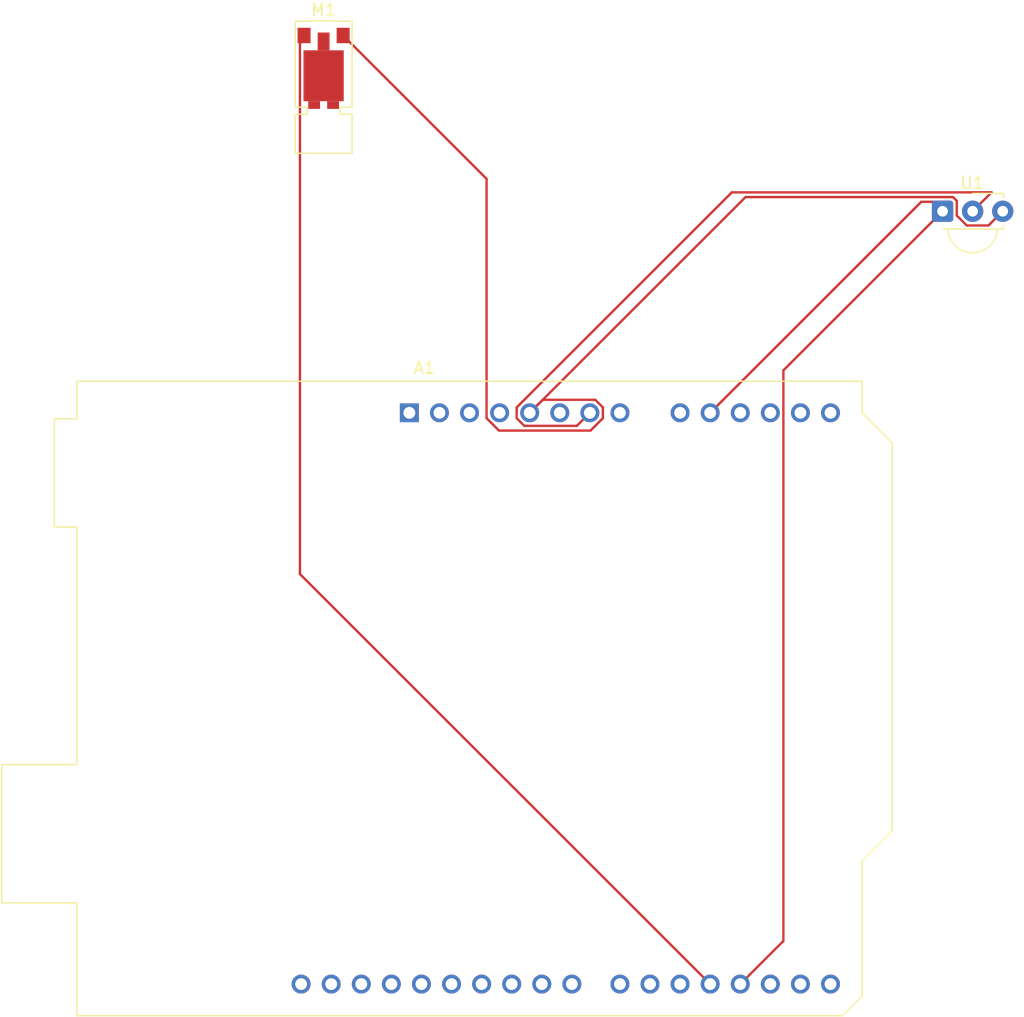
<source format=kicad_pcb>
(kicad_pcb (version 20240108) (generator "pcbnew") (generator_version "8.0")
  (layers (0 "F.Cu" signal) (31 "B.Cu" signal) (34 "B.Paste" user) (35 "F.Paste" user) (36 "B.SilkS" user "B.Silkscreen") (37 "F.SilkS" user "F.Silkscreen") (38 "B.Mask" user) (39 "F.Mask" user) (44 "Edge.Cuts" user))
  (net 0 "")
  (net 9 "Net-(A1-D4)")
  (net 23 "+5V")
  (net 26 "Net-(A1-A1)")
  (net 30 "GND")
  (footprint "Module:Arduino_UNO_R3" (layer "F.Cu") (at 80.94 134)
    (property "Reference" "A1" (at 1.27 -3.81 180) (layer "F.SilkS"))
    (property "Value" "Arduino_UNO_R3")
    (fp_line (start -34.42 29.72) (end -34.42 41.4) (stroke (width 0.12)) (layer "F.SilkS"))
    (fp_line (start -34.42 41.4) (end -28.07 41.4) (stroke (width 0.12)) (layer "F.SilkS"))
    (fp_line (start -29.97 0.51) (end -29.97 9.65) (stroke (width 0.12)) (layer "F.SilkS"))
    (fp_line (start -29.97 9.65) (end -28.07 9.65) (stroke (width 0.12)) (layer "F.SilkS"))
    (fp_line (start -28.07 -2.67) (end -28.07 0.51) (stroke (width 0.12)) (layer "F.SilkS"))
    (fp_line (start -28.07 0.51) (end -29.97 0.51) (stroke (width 0.12)) (layer "F.SilkS"))
    (fp_line (start -28.07 9.65) (end -28.07 29.72) (stroke (width 0.12)) (layer "F.SilkS"))
    (fp_line (start -28.07 29.72) (end -34.42 29.72) (stroke (width 0.12)) (layer "F.SilkS"))
    (fp_line (start -28.07 41.4) (end -28.07 50.93) (stroke (width 0.12)) (layer "F.SilkS"))
    (fp_line (start -28.07 50.93) (end 36.58 50.93) (stroke (width 0.12)) (layer "F.SilkS"))
    (fp_line (start 36.58 50.93) (end 38.23 49.28) (stroke (width 0.12)) (layer "F.SilkS"))
    (fp_line (start 38.23 -2.67) (end -28.07 -2.67) (stroke (width 0.12)) (layer "F.SilkS"))
    (fp_line (start 38.23 0) (end 38.23 -2.67) (stroke (width 0.12)) (layer "F.SilkS"))
    (fp_line (start 38.23 37.85) (end 40.77 35.31) (stroke (width 0.12)) (layer "F.SilkS"))
    (fp_line (start 38.23 49.28) (end 38.23 37.85) (stroke (width 0.12)) (layer "F.SilkS"))
    (fp_line (start 40.77 2.54) (end 38.23 0) (stroke (width 0.12)) (layer "F.SilkS"))
    (fp_line (start 40.77 35.31) (end 40.77 2.54) (stroke (width 0.12)) (layer "F.SilkS"))
    (pad "1" thru_hole rect (at 0 0 90) (size 1.6 1.6) (drill 1) (layers "*.Cu" "*.Mask"))
    (pad "2" thru_hole oval (at 2.54 0 90) (size 1.6 1.6) (drill 1) (layers "*.Cu" "*.Mask"))
    (pad "3" thru_hole oval (at 5.08 0 90) (size 1.6 1.6) (drill 1) (layers "*.Cu" "*.Mask"))
    (pad "4" thru_hole oval (at 7.62 0 90) (size 1.6 1.6) (drill 1) (layers "*.Cu" "*.Mask"))
    (pad "5" thru_hole oval (at 10.16 0 90) (size 1.6 1.6) (drill 1) (layers "*.Cu" "*.Mask") (net 23 "+5V"))
    (pad "6" thru_hole oval (at 12.7 0 90) (size 1.6 1.6) (drill 1) (layers "*.Cu" "*.Mask"))
    (pad "7" thru_hole oval (at 15.24 0 90) (size 1.6 1.6) (drill 1) (layers "*.Cu" "*.Mask") (net 30 "GND"))
    (pad "8" thru_hole oval (at 17.78 0 90) (size 1.6 1.6) (drill 1) (layers "*.Cu" "*.Mask"))
    (pad "9" thru_hole oval (at 22.86 0 90) (size 1.6 1.6) (drill 1) (layers "*.Cu" "*.Mask"))
    (pad "10" thru_hole oval (at 25.4 0 90) (size 1.6 1.6) (drill 1) (layers "*.Cu" "*.Mask") (net 26 "Net-(A1-A1)"))
    (pad "11" thru_hole oval (at 27.94 0 90) (size 1.6 1.6) (drill 1) (layers "*.Cu" "*.Mask"))
    (pad "12" thru_hole oval (at 30.48 0 90) (size 1.6 1.6) (drill 1) (layers "*.Cu" "*.Mask"))
    (pad "13" thru_hole oval (at 33.02 0 90) (size 1.6 1.6) (drill 1) (layers "*.Cu" "*.Mask"))
    (pad "14" thru_hole oval (at 35.56 0 90) (size 1.6 1.6) (drill 1) (layers "*.Cu" "*.Mask"))
    (pad "15" thru_hole oval (at 35.56 48.26 90) (size 1.6 1.6) (drill 1) (layers "*.Cu" "*.Mask"))
    (pad "16" thru_hole oval (at 33.02 48.26 90) (size 1.6 1.6) (drill 1) (layers "*.Cu" "*.Mask"))
    (pad "17" thru_hole oval (at 30.48 48.26 90) (size 1.6 1.6) (drill 1) (layers "*.Cu" "*.Mask"))
    (pad "18" thru_hole oval (at 27.94 48.26 90) (size 1.6 1.6) (drill 1) (layers "*.Cu" "*.Mask"))
    (pad "19" thru_hole oval (at 25.4 48.26 90) (size 1.6 1.6) (drill 1) (layers "*.Cu" "*.Mask") (net 9 "Net-(A1-D4)"))
    (pad "20" thru_hole oval (at 22.86 48.26 90) (size 1.6 1.6) (drill 1) (layers "*.Cu" "*.Mask"))
    (pad "21" thru_hole oval (at 20.32 48.26 90) (size 1.6 1.6) (drill 1) (layers "*.Cu" "*.Mask"))
    (pad "22" thru_hole oval (at 17.78 48.26 90) (size 1.6 1.6) (drill 1) (layers "*.Cu" "*.Mask"))
    (pad "23" thru_hole oval (at 13.72 48.26 90) (size 1.6 1.6) (drill 1) (layers "*.Cu" "*.Mask"))
    (pad "24" thru_hole oval (at 11.18 48.26 90) (size 1.6 1.6) (drill 1) (layers "*.Cu" "*.Mask"))
    (pad "25" thru_hole oval (at 8.64 48.26 90) (size 1.6 1.6) (drill 1) (layers "*.Cu" "*.Mask"))
    (pad "26" thru_hole oval (at 6.1 48.26 90) (size 1.6 1.6) (drill 1) (layers "*.Cu" "*.Mask"))
    (pad "27" thru_hole oval (at 3.56 48.26 90) (size 1.6 1.6) (drill 1) (layers "*.Cu" "*.Mask"))
    (pad "28" thru_hole oval (at 1.02 48.26 90) (size 1.6 1.6) (drill 1) (layers "*.Cu" "*.Mask"))
    (pad "29" thru_hole oval (at -1.52 48.26 90) (size 1.6 1.6) (drill 1) (layers "*.Cu" "*.Mask"))
    (pad "30" thru_hole oval (at -4.06 48.26 90) (size 1.6 1.6) (drill 1) (layers "*.Cu" "*.Mask"))
    (pad "31" thru_hole oval (at -6.6 48.26 90) (size 1.6 1.6) (drill 1) (layers "*.Cu" "*.Mask"))
    (pad "32" thru_hole oval (at -9.14 48.26 90) (size 1.6 1.6) (drill 1) (layers "*.Cu" "*.Mask"))
  )
  (footprint "OptoDevice:Vishay_MINICAST-3Pin" (layer "F.Cu") (at 125.96 116.975)
    (property "Reference" "U1" (at 2.5 -2.4 180) (layer "F.SilkS"))
    (property "Value" "TSSP58038")
    (fp_line (start 5.14 -1.51) (end 2.54 -1.51) (stroke (width 0.12)) (layer "F.SilkS"))
    (fp_line (start 5.14 -1.16) (end 5.14 -1.51) (stroke (width 0.12)) (layer "F.SilkS"))
    (fp_line (start 5.14 1.16) (end 5.14 1.5) (stroke (width 0.12)) (layer "F.SilkS"))
    (fp_line (start 5.14 1.5) (end 0.05 1.5) (stroke (width 0.12)) (layer "F.SilkS"))
    (fp_arc (start 4.64 1.5) (mid 2.540869 3.502379) (end 0.440083 1.501736) (stroke (width 0.12)) (layer "F.SilkS"))
    (pad "1" thru_hole roundrect (at 0 0) (size 1.8 1.8) (drill 0.9) (layers "*.Cu" "*.Mask") (roundrect_rratio 0.139) (net 26 "Net-(A1-A1)"))
    (pad "2" thru_hole circle (at 2.54 0) (size 1.8 1.8) (drill 0.9) (layers "*.Cu" "*.Mask") (net 30 "GND"))
    (pad "3" thru_hole circle (at 5.08 0) (size 1.8 1.8) (drill 0.9) (layers "*.Cu" "*.Mask") (net 23 "+5V"))
  )
  (footprint "Motors:Vybronics_VZ30C1T8219732L" (layer "F.Cu") (at 73.7 106.475)
    (property "Reference" "M1" (at 0 -6.5 0) (layer "F.SilkS"))
    (property "Value" "Motor_Servo")
    (fp_line (start -2.4 -5.55) (end -1.05 -5.55) (stroke (width 0.12)) (layer "F.SilkS"))
    (fp_line (start -2.4 -5.2) (end -2.4 -5.55) (stroke (width 0.12)) (layer "F.SilkS"))
    (fp_line (start -2.4 1.7) (end -2.4 -5.2) (stroke (width 0.12)) (layer "F.SilkS"))
    (fp_line (start -2.4 2.3) (end -1.4 2.3) (stroke (width 0.12)) (layer "F.SilkS"))
    (fp_line (start -2.4 5.6) (end -2.4 2.3) (stroke (width 0.12)) (layer "F.SilkS"))
    (fp_line (start -1.4 1.7) (end -2.4 1.7) (stroke (width 0.12)) (layer "F.SilkS"))
    (fp_line (start -1.4 2.3) (end -1.4 1.7) (stroke (width 0.12)) (layer "F.SilkS"))
    (fp_line (start -1.05 -5.6) (end 1.05 -5.6) (stroke (width 0.12)) (layer "F.SilkS"))
    (fp_line (start -1.05 -5.55) (end -1.05 -5.6) (stroke (width 0.12)) (layer "F.SilkS"))
    (fp_line (start 1.05 -5.6) (end 1.05 -5.55) (stroke (width 0.12)) (layer "F.SilkS"))
    (fp_line (start 1.05 -5.55) (end 2.4 -5.55) (stroke (width 0.12)) (layer "F.SilkS"))
    (fp_line (start 1.4 1.7) (end 1.4 2.3) (stroke (width 0.12)) (layer "F.SilkS"))
    (fp_line (start 1.4 2.3) (end 2.4 2.3) (stroke (width 0.12)) (layer "F.SilkS"))
    (fp_line (start 2.4 -5.55) (end 2.4 -5.2) (stroke (width 0.12)) (layer "F.SilkS"))
    (fp_line (start 2.4 -5.2) (end 2.4 1.7) (stroke (width 0.12)) (layer "F.SilkS"))
    (fp_line (start 2.4 1.7) (end 1.4 1.7) (stroke (width 0.12)) (layer "F.SilkS"))
    (fp_line (start 2.4 2.3) (end 2.4 5.6) (stroke (width 0.12)) (layer "F.SilkS"))
    (fp_line (start 2.4 5.6) (end -2.4 5.6) (stroke (width 0.12)) (layer "F.SilkS"))
    (pad "1" smd rect (at -1.65 -4.35 270) (size 1.3 1.1) (layers "F.Cu" "F.Paste" "F.Mask") (net 9 "Net-(A1-D4)"))
    (pad "2" smd rect (at 1.65 -4.35 270) (size 1.3 1.1) (layers "F.Cu" "F.Paste" "F.Mask") (net 23 "+5V"))
    (pad "SH" smd rect (at -0.8 1.525) (size 1 0.65) (layers "F.Cu" "F.Paste" "F.Mask"))
    (pad "SH" smd rect (at 0 -3.85 270) (size 1.5 1) (layers "F.Cu" "F.Paste" "F.Mask"))
    (pad "SH" smd rect (at 0 -0.95 270) (size 4.3 3.4) (layers "F.Cu" "F.Mask"))
    (pad "SH" smd rect (at 0.8 1.525) (size 1 0.65) (layers "F.Cu" "F.Paste" "F.Mask"))
  )
  (segment (start 112.52 130.415) (end 112.52 178.62) (width 0.2) (layer "F.Cu") (net 0))
  (segment (start 125.96 116.975) (end 112.52 130.415) (width 0.2) (layer "F.Cu") (net 0))
  (segment (start 112.52 178.62) (end 108.88 182.26) (width 0.2) (layer "F.Cu") (net 0))
  (segment (start 71.7 147.62) (end 106.34 182.26) (width 0.2) (layer "F.Cu") (net 9))
  (segment (start 71.7 102.475) (end 71.7 147.62) (width 0.2) (layer "F.Cu") (net 9))
  (segment (start 72.05 102.125) (end 71.7 102.475) (width 0.2) (layer "F.Cu") (net 9))
  (segment (start 88.504365 135.5) (end 87.46 134.455635) (width 0.2) (layer "F.Cu") (net 23))
  (segment (start 96.235635 135.5) (end 88.504365 135.5) (width 0.2) (layer "F.Cu") (net 23))
  (segment (start 75.35 102.125) (end 75.35 101.65) (width 0.2) (layer "F.Cu") (net 23))
  (segment (start 109.325 115.775) (end 126.844634 115.775) (width 0.2) (layer "F.Cu") (net 23))
  (segment (start 128.002943 118.175) (end 129.84 118.175) (width 0.2) (layer "F.Cu") (net 23))
  (segment (start 129.84 118.175) (end 131.04 116.975) (width 0.2) (layer "F.Cu") (net 23))
  (segment (start 91.1 134) (end 92.2 132.9) (width 0.2) (layer "F.Cu") (net 23))
  (segment (start 87.46 114.235) (end 75.35 102.125) (width 0.2) (layer "F.Cu") (net 23))
  (segment (start 97.28 133.544365) (end 97.28 134.455635) (width 0.2) (layer "F.Cu") (net 23))
  (segment (start 97.28 134.455635) (end 96.235635 135.5) (width 0.2) (layer "F.Cu") (net 23))
  (segment (start 92.2 132.9) (end 96.635635 132.9) (width 0.2) (layer "F.Cu") (net 23))
  (segment (start 96.635635 132.9) (end 97.28 133.544365) (width 0.2) (layer "F.Cu") (net 23))
  (segment (start 91.1 134) (end 109.325 115.775) (width 0.2) (layer "F.Cu") (net 23))
  (segment (start 127.16 116.090366) (end 127.16 117.332057) (width 0.2) (layer "F.Cu") (net 23))
  (segment (start 126.844634 115.775) (end 127.16 116.090366) (width 0.2) (layer "F.Cu") (net 23))
  (segment (start 87.46 134.455635) (end 87.46 114.235) (width 0.2) (layer "F.Cu") (net 23))
  (segment (start 127.16 117.332057) (end 128.002943 118.175) (width 0.2) (layer "F.Cu") (net 23))
  (segment (start 124.165 116.175) (end 125.16 116.175) (width 0.2) (layer "F.Cu") (net 26))
  (segment (start 125.16 116.175) (end 125.677157 116.692157) (width 0.2) (layer "F.Cu") (net 26))
  (segment (start 106.34 134) (end 124.165 116.175) (width 0.2) (layer "F.Cu") (net 26))
  (segment (start 90.272183 133.272183) (end 108.169365 115.375) (width 0.2) (layer "F.Cu") (net 30))
  (segment (start 90.644365 135.1) (end 90 134.455635) (width 0.2) (layer "F.Cu") (net 30))
  (segment (start 108.169365 115.375) (end 130.1 115.375) (width 0.2) (layer "F.Cu") (net 30))
  (segment (start 90 134.455635) (end 90 133.544365) (width 0.2) (layer "F.Cu") (net 30))
  (segment (start 90 133.544365) (end 90 134) (width 0.2) (layer "F.Cu") (net 30))
  (segment (start 130.1 115.375) (end 128.5 116.975) (width 0.2) (layer "F.Cu") (net 30))
  (segment (start 96.18 134) (end 95.08 135.1) (width 0.2) (layer "F.Cu") (net 30))
  (segment (start 95.08 135.1) (end 90.644365 135.1) (width 0.2) (layer "F.Cu") (net 30))
  (segment (start 90 133.544365) (end 90.272183 133.272183) (width 0.2) (layer "F.Cu") (net 30))
)
</source>
